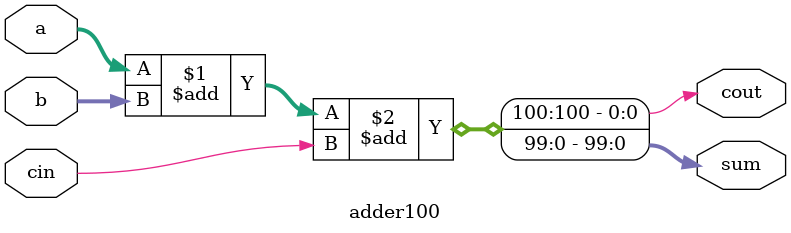
<source format=sv>
module adder100 
(
  input [99:0] a, b,
  input cin,
  output cout,
  output [99:0] sum  
);

  assign {cout, sum} = a + b + cin;

endmodule
</source>
